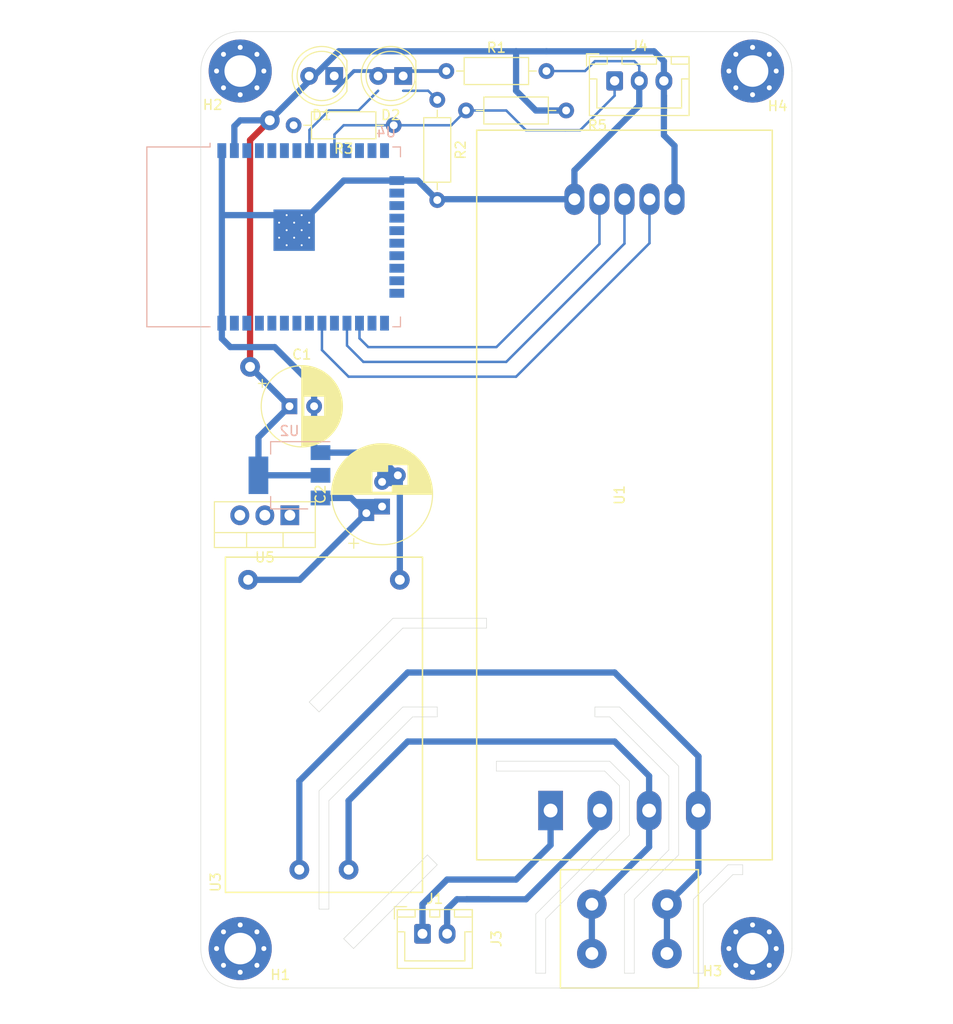
<source format=kicad_pcb>
(kicad_pcb (version 20221018) (generator pcbnew)
  (layers (0 "F.Cu" signal) (31 "B.Cu" signal) (34 "B.Paste" user) (35 "F.Paste" user) (36 "B.SilkS" user "B.Silkscreen") (37 "F.SilkS" user "F.Silkscreen") (38 "B.Mask" user) (39 "F.Mask" user) (44 "Edge.Cuts" user))
  (net 0 "")
  (net 1 "GND")
  (net 2 "+5V")
  (net 3 "+3V3")
  (net 4 "Net-(J3-Pin_1)")
  (net 5 "Net-(J3-Pin_2)")
  (net 6 "Net-(J4-Pin_1)")
  (net 7 "Net-(J1-Pin_1)")
  (net 8 "Net-(J1-Pin_2)")
  (net 9 "Net-(U1-RX)")
  (net 10 "Net-(U1-TX)")
  (net 11 "Net-(U1-CF)")
  (net 12 "Net-(U4-EN)")
  (net 41 "Net-(D1-K)")
  (net 42 "Net-(D2-K)")
  (net 43 "Net-(D2-A)")
  (footprint "MountingHole:MountingHole_3.2mm_M3_Pad_Via" (layer "F.Cu") (at 56 -93)
    (fp_text reference "H4" (at 2.54 3.556) (layer "F.SilkS"))
    (fp_text value "MountingHole" hide)
    (pad "1" thru_hole circle (at -2.4 0) (size 0.8 0.8) (drill 0.5) (layers "*.Cu" "*.Mask"))
    (pad "1" thru_hole circle (at -1.697056 -1.697056) (size 0.8 0.8) (drill 0.5) (layers "*.Cu" "*.Mask"))
    (pad "1" thru_hole circle (at -1.697056 1.697056) (size 0.8 0.8) (drill 0.5) (layers "*.Cu" "*.Mask"))
    (pad "1" thru_hole circle (at 0 -2.4) (size 0.8 0.8) (drill 0.5) (layers "*.Cu" "*.Mask"))
    (pad "1" thru_hole circle (at 0 0) (size 6.4 6.4) (drill 3.2) (layers "*.Cu" "*.Mask"))
    (pad "1" thru_hole circle (at 0 2.4) (size 0.8 0.8) (drill 0.5) (layers "*.Cu" "*.Mask"))
    (pad "1" thru_hole circle (at 1.697056 -1.697056) (size 0.8 0.8) (drill 0.5) (layers "*.Cu" "*.Mask"))
    (pad "1" thru_hole circle (at 1.697056 1.697056) (size 0.8 0.8) (drill 0.5) (layers "*.Cu" "*.Mask"))
    (pad "1" thru_hole circle (at 2.4 0) (size 0.8 0.8) (drill 0.5) (layers "*.Cu" "*.Mask"))
  )
  (footprint "MountingHole:MountingHole_3.2mm_M3_Pad_Via" (layer "F.Cu") (at 56 -4)
    (fp_text reference "H3" (at -4.064 2.286) (layer "F.SilkS"))
    (fp_text value "MountingHole")
    (pad "1" thru_hole circle (at -2.4 0) (size 0.8 0.8) (drill 0.5) (layers "*.Cu" "*.Mask"))
    (pad "1" thru_hole circle (at -1.697056 -1.697056) (size 0.8 0.8) (drill 0.5) (layers "*.Cu" "*.Mask"))
    (pad "1" thru_hole circle (at -1.697056 1.697056) (size 0.8 0.8) (drill 0.5) (layers "*.Cu" "*.Mask"))
    (pad "1" thru_hole circle (at 0 -2.4) (size 0.8 0.8) (drill 0.5) (layers "*.Cu" "*.Mask"))
    (pad "1" thru_hole circle (at 0 0) (size 6.4 6.4) (drill 3.2) (layers "*.Cu" "*.Mask"))
    (pad "1" thru_hole circle (at 0 2.4) (size 0.8 0.8) (drill 0.5) (layers "*.Cu" "*.Mask"))
    (pad "1" thru_hole circle (at 1.697056 -1.697056) (size 0.8 0.8) (drill 0.5) (layers "*.Cu" "*.Mask"))
    (pad "1" thru_hole circle (at 1.697056 1.697056) (size 0.8 0.8) (drill 0.5) (layers "*.Cu" "*.Mask"))
    (pad "1" thru_hole circle (at 2.4 0) (size 0.8 0.8) (drill 0.5) (layers "*.Cu" "*.Mask"))
  )
  (footprint "MountingHole:MountingHole_3.2mm_M3_Pad_Via" (layer "F.Cu") (at 4 -93)
    (fp_text reference "H2" (at -2.794 3.429) (layer "F.SilkS"))
    (fp_text value "MountingHole")
    (pad "1" thru_hole circle (at -2.4 0) (size 0.8 0.8) (drill 0.5) (layers "*.Cu" "*.Mask"))
    (pad "1" thru_hole circle (at -1.697056 -1.697056) (size 0.8 0.8) (drill 0.5) (layers "*.Cu" "*.Mask"))
    (pad "1" thru_hole circle (at -1.697056 1.697056) (size 0.8 0.8) (drill 0.5) (layers "*.Cu" "*.Mask"))
    (pad "1" thru_hole circle (at 0 -2.4) (size 0.8 0.8) (drill 0.5) (layers "*.Cu" "*.Mask"))
    (pad "1" thru_hole circle (at 0 0) (size 6.4 6.4) (drill 3.2) (layers "*.Cu" "*.Mask"))
    (pad "1" thru_hole circle (at 0 2.4) (size 0.8 0.8) (drill 0.5) (layers "*.Cu" "*.Mask"))
    (pad "1" thru_hole circle (at 1.697056 -1.697056) (size 0.8 0.8) (drill 0.5) (layers "*.Cu" "*.Mask"))
    (pad "1" thru_hole circle (at 1.697056 1.697056) (size 0.8 0.8) (drill 0.5) (layers "*.Cu" "*.Mask"))
    (pad "1" thru_hole circle (at 2.4 0) (size 0.8 0.8) (drill 0.5) (layers "*.Cu" "*.Mask"))
  )
  (footprint "MountingHole:MountingHole_3.2mm_M3_Pad_Via" (layer "F.Cu") (at 4 -4)
    (fp_text reference "H1" (at 4.064 2.667) (layer "F.SilkS"))
    (fp_text value "MountingHole")
    (pad "1" thru_hole circle (at -2.4 0) (size 0.8 0.8) (drill 0.5) (layers "*.Cu" "*.Mask"))
    (pad "1" thru_hole circle (at -1.697056 -1.697056) (size 0.8 0.8) (drill 0.5) (layers "*.Cu" "*.Mask"))
    (pad "1" thru_hole circle (at -1.697056 1.697056) (size 0.8 0.8) (drill 0.5) (layers "*.Cu" "*.Mask"))
    (pad "1" thru_hole circle (at 0 -2.4) (size 0.8 0.8) (drill 0.5) (layers "*.Cu" "*.Mask"))
    (pad "1" thru_hole circle (at 0 0) (size 6.4 6.4) (drill 3.2) (layers "*.Cu" "*.Mask"))
    (pad "1" thru_hole circle (at 0 2.4) (size 0.8 0.8) (drill 0.5) (layers "*.Cu" "*.Mask"))
    (pad "1" thru_hole circle (at 1.697056 -1.697056) (size 0.8 0.8) (drill 0.5) (layers "*.Cu" "*.Mask"))
    (pad "1" thru_hole circle (at 1.697056 1.697056) (size 0.8 0.8) (drill 0.5) (layers "*.Cu" "*.Mask"))
    (pad "1" thru_hole circle (at 2.4 0) (size 0.8 0.8) (drill 0.5) (layers "*.Cu" "*.Mask"))
  )
  (footprint "Capacitor_THT:CP_Radial_D8.0mm_P2.50mm" (layer "F.Cu") (at 9 -59)
    (fp_text reference "C1" (at 1.25 -5.25) (layer "F.SilkS"))
    (fp_text value "CP")
    (pad "1" thru_hole rect (at 0 0) (size 1.6 1.6) (drill 0.8) (layers "*.Cu" "*.Mask") (net 3 "+3V3"))
    (pad "2" thru_hole circle (at 2.5 0) (size 1.6 1.6) (drill 0.8) (layers "*.Cu" "*.Mask") (net 1 "GND"))
  )
  (footprint "custom:PZEM-004T-100A-D-P" (layer "F.Cu") (at 43 -50 90)
    (fp_text reference "U1" (at 0 -0.5 90 unlocked) (layer "F.SilkS"))
    (fp_text value "~")
    (pad "" np_thru_hole circle (at -34.5 -12.5 90) (size 3.25 3.25) (drill 3.25) (layers "F&B.Cu" "*.Mask"))
    (pad "" np_thru_hole circle (at -34.5 12.5 180) (size 3.25 3.25) (drill 3.25) (layers "F&B.Cu" "*.Mask"))
    (pad "" np_thru_hole circle (at 34.5 -12.5 90) (size 3.25 3.25) (drill 3.25) (layers "F&B.Cu" "*.Mask"))
    (pad "" np_thru_hole circle (at 34.5 12.5 90) (size 3.25 3.25) (drill 3.25) (layers "F&B.Cu" "*.Mask"))
    (pad "1" thru_hole rect (at -32 -7.5 90) (size 4 2.5) (drill 1.4) (layers "*.Cu" "*.Mask") (net 7 "Net-(J1-Pin_1)"))
    (pad "2" thru_hole oval (at -32 -2.5 90) (size 4 2.5) (drill 1.4) (layers "*.Cu" "*.Mask") (net 8 "Net-(J1-Pin_2)"))
    (pad "3" thru_hole oval (at -32 2.5 90) (size 4 2.5) (drill 1.4) (layers "*.Cu" "*.Mask") (net 5 "Net-(J3-Pin_2)"))
    (pad "4" thru_hole oval (at -32 7.5 90) (size 4 2.5) (drill 1.4) (layers "*.Cu" "*.Mask") (net 4 "Net-(J3-Pin_1)"))
    (pad "5" thru_hole oval (at 30 5.08 90) (size 3.175 2.032) (drill 1.2) (layers "*.Cu" "*.Mask") (net 3 "+3V3"))
    (pad "6" thru_hole oval (at 30 2.54 90) (size 3.175 2.032) (drill 1.2) (layers "*.Cu" "*.Mask") (net 9 "Net-(U1-RX)"))
    (pad "7" thru_hole oval (at 30 0 90) (size 3.175 2.032) (drill 1.2) (layers "*.Cu" "*.Mask") (net 10 "Net-(U1-TX)"))
    (pad "8" thru_hole oval (at 30 -2.54 90) (size 3.175 2.032) (drill 1.2) (layers "*.Cu" "*.Mask") (net 11 "Net-(U1-CF)"))
    (pad "9" thru_hole oval (at 30 -5.08 90) (size 3.175 2.032) (drill 1.2) (layers "*.Cu" "*.Mask") (net 1 "GND"))
  )
  (footprint "Connector_JST:JST_XH_B2B-XH-A_1x02_P2.50mm_Vertical" (layer "F.Cu") (at 22.5 -5.5)
    (fp_text reference "J1" (at 1.25 -3.55) (layer "F.SilkS"))
    (fp_text value "Conn_01x04")
    (pad "1" thru_hole roundrect (at 0 0) (size 1.7 2) (drill 1) (layers "*.Cu" "*.Mask") (roundrect_rratio 0.147059) (net 7 "Net-(J1-Pin_1)"))
    (pad "2" thru_hole oval (at 2.5 0) (size 1.7 2) (drill 1) (layers "*.Cu" "*.Mask") (net 8 "Net-(J1-Pin_2)"))
  )
  (footprint "Resistor_THT:R_Axial_DIN0207_L6.3mm_D2.5mm_P10.16mm_Horizontal" (layer "F.Cu") (at 24 -90.08 -90)
    (fp_text reference "R2" (at 5.08 -2.37 90) (layer "F.SilkS"))
    (fp_text value "R_Small")
    (pad "1" thru_hole circle (at 0 0 270) (size 1.6 1.6) (drill 0.8) (layers "*.Cu" "*.Mask") (net 42 "Net-(D2-K)"))
    (pad "2" thru_hole oval (at 10.16 0 270) (size 1.6 1.6) (drill 0.8) (layers "*.Cu" "*.Mask") (net 1 "GND"))
  )
  (footprint "Resistor_THT:R_Axial_DIN0207_L6.3mm_D2.5mm_P10.16mm_Horizontal" (layer "F.Cu") (at 37.08 -89 180)
    (fp_text reference "R5" (at -3.17 -1.5) (layer "F.SilkS"))
    (fp_text value "R_Small")
    (pad "1" thru_hole circle (at 0 0 180) (size 1.6 1.6) (drill 0.8) (layers "*.Cu" "*.Mask") (net 3 "+3V3"))
    (pad "2" thru_hole oval (at 10.16 0 180) (size 1.6 1.6) (drill 0.8) (layers "*.Cu" "*.Mask") (net 6 "Net-(J4-Pin_1)"))
  )
  (footprint "LED_THT:LED_D5.0mm" (layer "F.Cu") (at 20.54 -92.5 180)
    (fp_text reference "D2" (at 1.27 -3.96) (layer "F.SilkS"))
    (fp_text value "LED")
    (pad "1" thru_hole rect (at 0 0 180) (size 1.8 1.8) (drill 0.9) (layers "*.Cu" "*.Mask") (net 42 "Net-(D2-K)"))
    (pad "2" thru_hole circle (at 2.54 0 180) (size 1.8 1.8) (drill 0.9) (layers "*.Cu" "*.Mask") (net 43 "Net-(D2-A)"))
  )
  (footprint "Resistor_THT:R_Axial_DIN0207_L6.3mm_D2.5mm_P10.16mm_Horizontal" (layer "F.Cu") (at 19.58 -87.5 180)
    (fp_text reference "R3" (at 5.08 -2.37) (layer "F.SilkS"))
    (fp_text value "R_Small")
    (pad "1" thru_hole circle (at 0 0 180) (size 1.6 1.6) (drill 0.8) (layers "*.Cu" "*.Mask") (net 3 "+3V3"))
    (pad "2" thru_hole oval (at 10.16 0 180) (size 1.6 1.6) (drill 0.8) (layers "*.Cu" "*.Mask") (net 12 "Net-(U4-EN)"))
  )
  (footprint "Capacitor_THT:CP_Radial_D10.0mm_P2.50mm_P5.00mm" (layer "F.Cu") (at 18.4 -48.829063 90)
    (fp_text reference "C2" (at 1.25 -6.25 90) (layer "F.SilkS"))
    (fp_text value "CP")
    (pad "1" thru_hole rect (at -0.670937 -1.6 90) (size 1.6 1.6) (drill 0.8) (layers "*.Cu" "*.Mask") (net 2 "+5V"))
    (pad "1" thru_hole rect (at 0 0 90) (size 1.6 1.6) (drill 0.8) (layers "*.Cu" "*.Mask") (net 2 "+5V"))
    (pad "2" thru_hole circle (at 2.5 0 90) (size 1.6 1.6) (drill 0.8) (layers "*.Cu" "*.Mask") (net 1 "GND"))
    (pad "2" thru_hole circle (at 3.170937 1.6 90) (size 1.6 1.6) (drill 0.8) (layers "*.Cu" "*.Mask") (net 1 "GND"))
  )
  (footprint "LED_THT:LED_D5.0mm" (layer "F.Cu") (at 13.54 -92.5 180)
    (fp_text reference "D1" (at 1.27 -3.96) (layer "F.SilkS"))
    (fp_text value "LED")
    (pad "1" thru_hole rect (at 0 0 180) (size 1.8 1.8) (drill 0.9) (layers "*.Cu" "*.Mask") (net 41 "Net-(D1-K)"))
    (pad "2" thru_hole circle (at 2.54 0 180) (size 1.8 1.8) (drill 0.9) (layers "*.Cu" "*.Mask") (net 3 "+3V3"))
  )
  (footprint "Connector_JST:JST_XH_B3B-XH-A_1x03_P2.50mm_Vertical" (layer "F.Cu") (at 42 -92)
    (fp_text reference "J4" (at 2.5 -3.55) (layer "F.SilkS"))
    (fp_text value "Conn_01x04")
    (pad "1" thru_hole roundrect (at 0 0) (size 1.7 1.95) (drill 0.95) (layers "*.Cu" "*.Mask") (roundrect_rratio 0.1470588235) (net 6 "Net-(J4-Pin_1)"))
    (pad "2" thru_hole oval (at 2.5 0) (size 1.7 1.95) (drill 0.95) (layers "*.Cu" "*.Mask") (net 1 "GND"))
    (pad "3" thru_hole oval (at 5 0) (size 1.7 1.95) (drill 0.95) (layers "*.Cu" "*.Mask") (net 3 "+3V3"))
  )
  (footprint "Resistor_THT:R_Axial_DIN0207_L6.3mm_D2.5mm_P10.16mm_Horizontal" (layer "F.Cu") (at 24.92 -93)
    (fp_text reference "R1" (at 5.08 -2.37) (layer "F.SilkS"))
    (fp_text value "R_Small")
    (pad "1" thru_hole circle (at 0 0) (size 1.6 1.6) (drill 0.8) (layers "*.Cu" "*.Mask") (net 41 "Net-(D1-K)"))
    (pad "2" thru_hole oval (at 10.16 0) (size 1.6 1.6) (drill 0.8) (layers "*.Cu" "*.Mask") (net 1 "GND"))
  )
  (footprint "custom:WE 691411410002 - 2 Pin Wire-To-Board Terminal Block" (layer "F.Cu") (at 43.5 -6 -90)
    (fp_text reference "J3" (at 1 13.5 90) (layer "F.SilkS"))
    (fp_text value "Conn_01x02")
    (pad "1" thru_hole circle (at -2.5 -3.81 270) (size 3 3) (drill 1.3) (layers "*.Cu" "*.Mask") (net 4 "Net-(J3-Pin_1)"))
    (pad "1" thru_hole circle (at 2.5 -3.81 270) (size 3 3) (drill 1.3) (layers "*.Cu" "*.Mask") (net 4 "Net-(J3-Pin_1)"))
    (pad "2" thru_hole circle (at -2.5 3.81 270) (size 3 3) (drill 1.3) (layers "*.Cu" "*.Mask") (net 5 "Net-(J3-Pin_2)"))
    (pad "2" thru_hole circle (at 2.5 3.81 270) (size 3 3) (drill 1.3) (layers "*.Cu" "*.Mask") (net 5 "Net-(J3-Pin_2)"))
  )
  (footprint "custom:HLK-PM01" (layer "F.Cu") (at 12.5 -12 90)
    (fp_text reference "U3" (at -1.27 -11 90 unlocked) (layer "F.SilkS"))
    (fp_text value "~")
    (pad "1" thru_hole circle (at 0 -2.5 90) (size 2 2) (drill 1) (layers "*.Cu" "*.Mask") (net 4 "Net-(J3-Pin_1)"))
    (pad "2" thru_hole circle (at 0 2.5 90) (size 2 2) (drill 1) (layers "*.Cu" "*.Mask") (net 5 "Net-(J3-Pin_2)"))
    (pad "3" thru_hole circle (at 29.4 7.7 90) (size 2 2) (drill 1) (layers "*.Cu" "*.Mask") (net 1 "GND"))
    (pad "4" thru_hole circle (at 29.4 -7.7 90) (size 2 2) (drill 1) (layers "*.Cu" "*.Mask") (net 2 "+5V"))
  )
  (footprint "Package_TO_SOT_THT:TO-220-3_Vertical" (layer "F.Cu") (at 9.04 -47.945 180)
    (fp_text reference "U5" (at 2.54 -4.27) (layer "F.SilkS"))
    (fp_text value "LF33_TO220")
    (pad "1" thru_hole rect (at 0 0 180) (size 1.905 2) (drill 1.1) (layers "*.Cu" "*.Mask") (net 2 "+5V"))
    (pad "2" thru_hole oval (at 2.54 0 180) (size 1.905 2) (drill 1.1) (layers "*.Cu" "*.Mask") (net 1 "GND"))
    (pad "3" thru_hole oval (at 5.08 0 180) (size 1.905 2) (drill 1.1) (layers "*.Cu" "*.Mask") (net 3 "+3V3"))
  )
  (footprint "RF_Module:ESP32-WROOM-32" (layer "B.Cu") (at 10.385 -76.18 -90)
    (fp_text reference "U4" (at -10.61 -8.43) (layer "B.SilkS") (effects (justify mirror)))
    (fp_text value "ESP32-WROOM-32")
    (pad "1" smd rect (at -8.75 8.25 270) (size 1.5 0.9) (layers "B.Cu" "B.Paste" "B.Mask") (net 1 "GND"))
    (pad "2" smd rect (at -8.75 6.98 270) (size 1.5 0.9) (layers "B.Cu" "B.Paste" "B.Mask") (net 3 "+3V3"))
    (pad "3" smd rect (at -8.75 5.71 270) (size 1.5 0.9) (layers "B.Cu" "B.Paste" "B.Mask") (net 12 "Net-(U4-EN)"))
    (pad "4" smd rect (at -8.75 4.44 270) (size 1.5 0.9) (layers "B.Cu" "B.Paste" "B.Mask"))
    (pad "5" smd rect (at -8.75 3.17 270) (size 1.5 0.9) (layers "B.Cu" "B.Paste" "B.Mask"))
    (pad "6" smd rect (at -8.75 1.9 270) (size 1.5 0.9) (layers "B.Cu" "B.Paste" "B.Mask"))
    (pad "7" smd rect (at -8.75 0.63 270) (size 1.5 0.9) (layers "B.Cu" "B.Paste" "B.Mask"))
    (pad "8" smd rect (at -8.75 -0.64 270) (size 1.5 0.9) (layers "B.Cu" "B.Paste" "B.Mask") (net 43 "Net-(D2-A)"))
    (pad "9" smd rect (at -8.75 -1.91 270) (size 1.5 0.9) (layers "B.Cu" "B.Paste" "B.Mask"))
    (pad "10" smd rect (at -8.75 -3.18 270) (size 1.5 0.9) (layers "B.Cu" "B.Paste" "B.Mask") (net 6 "Net-(J4-Pin_1)"))
    (pad "11" smd rect (at -8.75 -4.45 270) (size 1.5 0.9) (layers "B.Cu" "B.Paste" "B.Mask"))
    (pad "12" smd rect (at -8.75 -5.72 270) (size 1.5 0.9) (layers "B.Cu" "B.Paste" "B.Mask"))
    (pad "13" smd rect (at -8.75 -6.99 270) (size 1.5 0.9) (layers "B.Cu" "B.Paste" "B.Mask"))
    (pad "14" smd rect (at -8.75 -8.26 270) (size 1.5 0.9) (layers "B.Cu" "B.Paste" "B.Mask"))
    (pad "15" smd rect (at -5.71 -9.51 180) (size 1.5 0.9) (layers "B.Cu" "B.Paste" "B.Mask") (net 1 "GND"))
    (pad "16" smd rect (at -4.44 -9.51 180) (size 1.5 0.9) (layers "B.Cu" "B.Paste" "B.Mask"))
    (pad "17" smd rect (at -3.17 -9.51 180) (size 1.5 0.9) (layers "B.Cu" "B.Paste" "B.Mask"))
    (pad "18" smd rect (at -1.9 -9.51 180) (size 1.5 0.9) (layers "B.Cu" "B.Paste" "B.Mask"))
    (pad "19" smd rect (at -0.63 -9.51 180) (size 1.5 0.9) (layers "B.Cu" "B.Paste" "B.Mask"))
    (pad "20" smd rect (at 0.64 -9.51 180) (size 1.5 0.9) (layers "B.Cu" "B.Paste" "B.Mask"))
    (pad "21" smd rect (at 1.91 -9.51 180) (size 1.5 0.9) (layers "B.Cu" "B.Paste" "B.Mask"))
    (pad "22" smd rect (at 3.18 -9.51 180) (size 1.5 0.9) (layers "B.Cu" "B.Paste" "B.Mask"))
    (pad "23" smd rect (at 4.45 -9.51 180) (size 1.5 0.9) (layers "B.Cu" "B.Paste" "B.Mask"))
    (pad "24" smd rect (at 5.72 -9.51 180) (size 1.5 0.9) (layers "B.Cu" "B.Paste" "B.Mask"))
    (pad "25" smd rect (at 8.75 -8.26 270) (size 1.5 0.9) (layers "B.Cu" "B.Paste" "B.Mask"))
    (pad "26" smd rect (at 8.75 -6.99 270) (size 1.5 0.9) (layers "B.Cu" "B.Paste" "B.Mask"))
    (pad "27" smd rect (at 8.75 -5.72 270) (size 1.5 0.9) (layers "B.Cu" "B.Paste" "B.Mask") (net 11 "Net-(U1-CF)"))
    (pad "28" smd rect (at 8.75 -4.45 270) (size 1.5 0.9) (layers "B.Cu" "B.Paste" "B.Mask") (net 10 "Net-(U1-TX)"))
    (pad "29" smd rect (at 8.75 -3.18 270) (size 1.5 0.9) (layers "B.Cu" "B.Paste" "B.Mask"))
    (pad "30" smd rect (at 8.75 -1.91 270) (size 1.5 0.9) (layers "B.Cu" "B.Paste" "B.Mask") (net 9 "Net-(U1-RX)"))
    (pad "31" smd rect (at 8.75 -0.64 270) (size 1.5 0.9) (layers "B.Cu" "B.Paste" "B.Mask"))
    (pad "32" smd rect (at 8.75 0.63 270) (size 1.5 0.9) (layers "B.Cu" "B.Paste" "B.Mask"))
    (pad "33" smd rect (at 8.75 1.9 270) (size 1.5 0.9) (layers "B.Cu" "B.Paste" "B.Mask"))
    (pad "34" smd rect (at 8.75 3.17 270) (size 1.5 0.9) (layers "B.Cu" "B.Paste" "B.Mask"))
    (pad "35" smd rect (at 8.75 4.44 270) (size 1.5 0.9) (layers "B.Cu" "B.Paste" "B.Mask"))
    (pad "36" smd rect (at 8.75 5.71 270) (size 1.5 0.9) (layers "B.Cu" "B.Paste" "B.Mask"))
    (pad "37" smd rect (at 8.75 6.98 270) (size 1.5 0.9) (layers "B.Cu" "B.Paste" "B.Mask"))
    (pad "38" smd rect (at 8.75 8.25 270) (size 1.5 0.9) (layers "B.Cu" "B.Paste" "B.Mask") (net 1 "GND"))
    (pad "39" smd rect (at -2.205 -0.615 270) (size 1.05 1.05) (layers "B.Cu" "B.Paste") (net 1 "GND"))
    (pad "39" thru_hole circle (at -2.205 0.1475 270) (size 0.6 0.6) (drill 0.2) (property pad_prop_heatsink) (layers "*.Cu" "B.Mask") (net 1 "GND"))
    (pad "39" smd rect (at -2.205 0.91 270) (size 1.05 1.05) (layers "B.Cu" "B.Paste") (net 1 "GND"))
    (pad "39" thru_hole circle (at -2.205 1.6725 270) (size 0.6 0.6) (drill 0.2) (property pad_prop_heatsink) (layers "*.Cu" "B.Mask") (net 1 "GND"))
    (pad "39" smd rect (at -2.205 2.435 270) (size 1.05 1.05) (layers "B.Cu" "B.Paste") (net 1 "GND"))
    (pad "39" thru_hole circle (at -1.4425 -0.615 270) (size 0.6 0.6) (drill 0.2) (property pad_prop_heatsink) (layers "*.Cu" "B.Mask") (net 1 "GND"))
    (pad "39" thru_hole circle (at -1.4425 0.91 270) (size 0.6 0.6) (drill 0.2) (property pad_prop_heatsink) (layers "*.Cu" "B.Mask") (net 1 "GND"))
    (pad "39" thru_hole circle (at -1.4425 2.435 270) (size 0.6 0.6) (drill 0.2) (property pad_prop_heatsink) (layers "*.Cu" "B.Mask") (net 1 "GND"))
    (pad "39" smd rect (at -0.68 -0.615 270) (size 1.05 1.05) (layers "B.Cu" "B.Paste") (net 1 "GND"))
    (pad "39" thru_hole circle (at -0.68 0.1475 270) (size 0.6 0.6) (drill 0.2) (property pad_prop_heatsink) (layers "*.Cu" "B.Mask") (net 1 "GND"))
    (pad "39" smd rect (at -0.68 0.91 270) (size 1.05 1.05) (layers "B.Cu" "B.Paste") (net 1 "GND"))
    (pad "39" smd rect (at -0.68 0.91 270) (size 4.2 4.2) (layers "B.Cu" "B.Mask") (net 1 "GND"))
    (pad "39" thru_hole circle (at -0.68 1.6725 270) (size 0.6 0.6) (drill 0.2) (property pad_prop_heatsink) (layers "*.Cu" "B.Mask") (net 1 "GND"))
    (pad "39" smd rect (at -0.68 2.435 270) (size 1.05 1.05) (layers "B.Cu" "B.Paste") (net 1 "GND"))
    (pad "39" thru_hole circle (at 0.0825 -0.615 270) (size 0.6 0.6) (drill 0.2) (property pad_prop_heatsink) (layers "*.Cu" "B.Mask") (net 1 "GND"))
    (pad "39" thru_hole circle (at 0.0825 0.91 270) (size 0.6 0.6) (drill 0.2) (property pad_prop_heatsink) (layers "*.Cu" "B.Mask") (net 1 "GND"))
    (pad "39" thru_hole circle (at 0.0825 2.435 270) (size 0.6 0.6) (drill 0.2) (property pad_prop_heatsink) (layers "*.Cu" "B.Mask") (net 1 "GND"))
    (pad "39" smd rect (at 0.845 -0.615 270) (size 1.05 1.05) (layers "B.Cu" "B.Paste") (net 1 "GND"))
    (pad "39" thru_hole circle (at 0.845 0.1475 270) (size 0.6 0.6) (drill 0.2) (property pad_prop_heatsink) (layers "*.Cu" "B.Mask") (net 1 "GND"))
    (pad "39" smd rect (at 0.845 0.91 270) (size 1.05 1.05) (layers "B.Cu" "B.Paste") (net 1 "GND"))
    (pad "39" thru_hole circle (at 0.845 1.6725 270) (size 0.6 0.6) (drill 0.2) (property pad_prop_heatsink) (layers "*.Cu" "B.Mask") (net 1 "GND"))
    (pad "39" smd rect (at 0.845 2.435 270) (size 1.05 1.05) (layers "B.Cu" "B.Paste") (net 1 "GND"))
  )
  (footprint "Package_TO_SOT_SMD:SOT-223-3_TabPin2" (layer "B.Cu") (at 9 -52 180)
    (fp_text reference "U2" (at 0 4.5) (layer "B.SilkS") (effects (justify mirror)))
    (fp_text value "AMS1117-3.3")
    (pad "1" smd rect (at -3.15 2.3 180) (size 2 1.5) (layers "B.Cu" "B.Paste" "B.Mask") (net 1 "GND"))
    (pad "2" smd rect (at -3.15 0 180) (size 2 1.5) (layers "B.Cu" "B.Paste" "B.Mask") (net 3 "+3V3"))
    (pad "2" smd rect (at 3.15 0 180) (size 2 3.8) (layers "B.Cu" "B.Paste" "B.Mask") (net 3 "+3V3"))
    (pad "3" smd rect (at -3.15 -2.3 180) (size 2 1.5) (layers "B.Cu" "B.Paste" "B.Mask") (net 2 "+5V"))
  )
  (gr_poly (pts (xy 18 -51) (xy 20 -51) (xy 20 -52) (xy 18.5 -53.5) (xy 18 -54)) (stroke (width 0.2)) (fill solid) (layer "B.Cu"))
  (gr_poly (pts (xy 18 -49.5) (xy 15.5 -49.5) (xy 17 -48.5) (xy 18 -48.5)) (stroke (width 0.2)) (fill solid) (layer "B.Cu"))
  (gr_line (start 51 -1.5) (end 50 -1.5) (stroke (width 0.05)) (layer "Edge.Cuts"))
  (gr_line (start 43 -1.5) (end 44 -1.5) (stroke (width 0.05)) (layer "Edge.Cuts"))
  (gr_line (start 41.5 -27.5) (end 47.5 -21.5) (stroke (width 0.05)) (layer "Edge.Cuts"))
  (gr_line (start 4 0) (end 56 0) (stroke (width 0.05)) (layer "Edge.Cuts"))
  (gr_line (start 43.5 -21) (end 41.5 -23) (stroke (width 0.05)) (layer "Edge.Cuts"))
  (gr_line (start 35 -1.5) (end 35 -7) (stroke (width 0.05)) (layer "Edge.Cuts"))
  (gr_line (start 47.5 -21.5) (end 47.5 -14) (stroke (width 0.05)) (layer "Edge.Cuts"))
  (gr_line (start 54 -11.5) (end 51 -8.5) (stroke (width 0.05)) (layer "Edge.Cuts"))
  (gr_line (start 41 -22) (end 42.5 -20.5) (stroke (width 0.05)) (layer "Edge.Cuts"))
  (gr_arc (start 4 0) (mid 1.171573 -1.171573) (end 0 -4) (stroke (width 0.05)) (layer "Edge.Cuts"))
  (gr_line (start 13 -8) (end 13 -19) (stroke (width 0.05)) (layer "Edge.Cuts"))
  (gr_line (start 12 -28) (end 20.5 -36.5) (stroke (width 0.05)) (layer "Edge.Cuts"))
  (gr_line (start 35 -7) (end 41 -13) (stroke (width 0.05)) (layer "Edge.Cuts"))
  (gr_line (start 24 -27.5) (end 24 -28.5) (stroke (width 0.05)) (layer "Edge.Cuts"))
  (gr_line (start 42.5 -16) (end 34 -7.5) (stroke (width 0.05)) (layer "Edge.Cuts"))
  (gr_line (start 48.5 -22.5) (end 42.5 -28.5) (stroke (width 0.05)) (layer "Edge.Cuts"))
  (gr_line (start 48.5 -14) (end 48.5 -22.5) (stroke (width 0.05)) (layer "Edge.Cuts"))
  (gr_arc (start 56 -97) (mid 58.828427 -95.828427) (end 60 -93) (stroke (width 0.05)) (layer "Edge.Cuts"))
  (gr_line (start 44 -1.5) (end 44 -9) (stroke (width 0.05)) (layer "Edge.Cuts"))
  (gr_line (start 21.5 -27.5) (end 24 -27.5) (stroke (width 0.05)) (layer "Edge.Cuts"))
  (gr_line (start 56 -97) (end 4 -97) (stroke (width 0.05)) (layer "Edge.Cuts"))
  (gr_line (start 43.5 -15.5) (end 43.5 -21) (stroke (width 0.05)) (layer "Edge.Cuts"))
  (gr_line (start 34 -7.5) (end 34 -1.5) (stroke (width 0.05)) (layer "Edge.Cuts"))
  (gr_line (start 29 -37.5) (end 19.5 -37.5) (stroke (width 0.05)) (layer "Edge.Cuts"))
  (gr_line (start 14.5 -5) (end 15.5 -4) (stroke (width 0.05)) (layer "Edge.Cuts"))
  (gr_line (start 34 -1.5) (end 35 -1.5) (stroke (width 0.05)) (layer "Edge.Cuts"))
  (gr_line (start 12 -20) (end 12 -8) (stroke (width 0.05)) (layer "Edge.Cuts"))
  (gr_line (start 23 -13.5) (end 24 -12.5) (stroke (width 0.05)) (layer "Edge.Cuts"))
  (gr_line (start 11 -29) (end 12 -28) (stroke (width 0.05)) (layer "Edge.Cuts"))
  (gr_line (start 48.5 -13.5) (end 48.5 -14) (stroke (width 0.05)) (layer "Edge.Cuts"))
  (gr_arc (start 0 -93) (mid 1.171573 -95.828427) (end 4 -97) (stroke (width 0.05)) (layer "Edge.Cuts"))
  (gr_line (start 42.5 -28.5) (end 40 -28.5) (stroke (width 0.05)) (layer "Edge.Cuts"))
  (gr_line (start 51 -8.5) (end 51 -1.5) (stroke (width 0.05)) (layer "Edge.Cuts"))
  (gr_line (start 41 -13) (end 43.5 -15.5) (stroke (width 0.05)) (layer "Edge.Cuts"))
  (gr_line (start 20.5 -36.5) (end 29 -36.5) (stroke (width 0.05)) (layer "Edge.Cuts"))
  (gr_line (start 20.5 -28.5) (end 12 -20) (stroke (width 0.05)) (layer "Edge.Cuts"))
  (gr_line (start 43.5 -10) (end 43 -9.5) (stroke (width 0.05)) (layer "Edge.Cuts"))
  (gr_line (start 15.5 -4) (end 24 -12.5) (stroke (width 0.05)) (layer "Edge.Cuts"))
  (gr_line (start 42.5 -20.5) (end 42.5 -16) (stroke (width 0.05)) (layer "Edge.Cuts"))
  (gr_line (start 19.5 -37.5) (end 11 -29) (stroke (width 0.05)) (layer "Edge.Cuts"))
  (gr_arc (start 60 -4) (mid 58.828427 -1.171573) (end 56 0) (stroke (width 0.05)) (layer "Edge.Cuts"))
  (gr_line (start 47.5 -14) (end 43.5 -10) (stroke (width 0.05)) (layer "Edge.Cuts"))
  (gr_line (start 50 -9) (end 53.5 -12.5) (stroke (width 0.05)) (layer "Edge.Cuts"))
  (gr_line (start 60 -4) (end 60 -93) (stroke (width 0.05)) (layer "Edge.Cuts"))
  (gr_line (start 55 -12.5) (end 55 -11.5) (stroke (width 0.05)) (layer "Edge.Cuts"))
  (gr_line (start 50 -1.5) (end 50 -9) (stroke (width 0.05)) (layer "Edge.Cuts"))
  (gr_line (start 13 -19) (end 21.5 -27.5) (stroke (width 0.05)) (layer "Edge.Cuts"))
  (gr_line (start 12 -8) (end 13 -8) (stroke (width 0.05)) (layer "Edge.Cuts"))
  (gr_line (start 53.5 -12.5) (end 55 -12.5) (stroke (width 0.05)) (layer "Edge.Cuts"))
  (gr_line (start 23 -13.5) (end 14.5 -5) (stroke (width 0.05)) (layer "Edge.Cuts"))
  (gr_line (start 30 -23) (end 30 -22) (stroke (width 0.05)) (layer "Edge.Cuts"))
  (gr_line (start 24 -28.5) (end 20.5 -28.5) (stroke (width 0.05)) (layer "Edge.Cuts"))
  (gr_line (start 44 -9) (end 48.5 -13.5) (stroke (width 0.05)) (layer "Edge.Cuts"))
  (gr_line (start 40 -28.5) (end 40 -27.5) (stroke (width 0.05)) (layer "Edge.Cuts"))
  (gr_line (start 55 -11.5) (end 54 -11.5) (stroke (width 0.05)) (layer "Edge.Cuts"))
  (gr_line (start 40 -27.5) (end 41.5 -27.5) (stroke (width 0.05)) (layer "Edge.Cuts"))
  (gr_line (start 0 -93) (end 0 -4) (stroke (width 0.05)) (layer "Edge.Cuts"))
  (gr_line (start 43 -9.5) (end 43 -1.5) (stroke (width 0.05)) (layer "Edge.Cuts"))
  (gr_line (start 29 -36.5) (end 29 -37.5) (stroke (width 0.05)) (layer "Edge.Cuts"))
  (gr_line (start 30 -22) (end 41 -22) (stroke (width 0.05)) (layer "Edge.Cuts"))
  (gr_line (start 41.5 -23) (end 30 -23) (stroke (width 0.05)) (layer "Edge.Cuts"))
  (segment (start 7.95 -78.385) (end 2.135 -78.385) (width 0.635) (layer "B.Cu") (net 1))
  (segment (start 18.4 -51.329063) (end 19.329063 -51.329063) (width 0.635) (layer "B.Cu") (net 1))
  (segment (start 39 -93) (end 40 -94) (width 0.25) (layer "B.Cu") (net 1))
  (segment (start 12.15 -54.3) (end 11.5 -54.95) (width 0.635) (layer "B.Cu") (net 1))
  (segment (start 19.895 -81.89) (end 22.03 -81.89) (width 0.635) (layer "B.Cu") (net 1))
  (segment (start 35.08 -93) (end 39 -93) (width 0.25) (layer "B.Cu") (net 1))
  (segment (start 14.505 -81.89) (end 11 -78.385) (width 0.635) (layer "B.Cu") (net 1))
  (segment (start 11.5 -59) (end 11.5 -61) (width 0.635) (layer "B.Cu") (net 1))
  (segment (start 11.5 -61) (end 7.5 -65) (width 0.635) (layer "B.Cu") (net 1))
  (segment (start 40 -94) (end 44 -94) (width 0.25) (layer "B.Cu") (net 1))
  (segment (start 11.5 -54.95) (end 11.5 -59) (width 0.635) (layer "B.Cu") (net 1))
  (segment (start 37.92 -80) (end 37.92 -82.92) (width 0.635) (layer "B.Cu") (net 1))
  (segment (start 44.5 -89.5) (end 44.5 -92) (width 0.635) (layer "B.Cu") (net 1))
  (segment (start 44.5 -93.5) (end 44.5 -92) (width 0.25) (layer "B.Cu") (net 1))
  (segment (start 37.92 -80) (end 24.08 -80) (width 0.635) (layer "B.Cu") (net 1))
  (segment (start 24.08 -80) (end 24 -79.92) (width 0.635) (layer "B.Cu") (net 1))
  (segment (start 19.329063 -51.329063) (end 20 -52) (width 0.635) (layer "B.Cu") (net 1))
  (segment (start 12.15 -54.3) (end 17.7 -54.3) (width 0.635) (layer "B.Cu") (net 1))
  (segment (start 37.92 -82.92) (end 44.5 -89.5) (width 0.635) (layer "B.Cu") (net 1))
  (segment (start 44 -94) (end 44.5 -93.5) (width 0.25) (layer "B.Cu") (net 1))
  (segment (start 17.7 -54.3) (end 20 -52) (width 0.635) (layer "B.Cu") (net 1))
  (segment (start 2.135 -84.93) (end 2.135 -67.43) (width 0.635) (layer "B.Cu") (net 1))
  (segment (start 7.5 -65) (end 3 -65) (width 0.635) (layer "B.Cu") (net 1))
  (segment (start 22.03 -81.89) (end 24 -79.92) (width 0.635) (layer "B.Cu") (net 1))
  (segment (start 2.135 -65.865) (end 2.135 -67.43) (width 0.635) (layer "B.Cu") (net 1))
  (segment (start 20.2 -51.8) (end 20.2 -41.4) (width 0.635) (layer "B.Cu") (net 1))
  (segment (start 19.895 -81.89) (end 14.505 -81.89) (width 0.635) (layer "B.Cu") (net 1))
  (segment (start 20 -52) (end 20.2 -51.8) (width 0.635) (layer "B.Cu") (net 1))
  (segment (start 3 -65) (end 2.135 -65.865) (width 0.635) (layer "B.Cu") (net 1))
  (segment (start 17.470937 -48.829063) (end 16.8 -48.158126) (width 0.635) (layer "B.Cu") (net 2))
  (segment (start 15.258126 -49.7) (end 12.15 -49.7) (width 0.635) (layer "B.Cu") (net 2))
  (segment (start 18.4 -48.829063) (end 17.470937 -48.829063) (width 0.635) (layer "B.Cu") (net 2))
  (segment (start 10.041874 -41.4) (end 16.8 -48.158126) (width 0.635) (layer "B.Cu") (net 2))
  (segment (start 16.8 -48.158126) (end 15.258126 -49.7) (width 0.635) (layer "B.Cu") (net 2))
  (segment (start 4.8 -41.4) (end 10.041874 -41.4) (width 0.635) (layer "B.Cu") (net 2))
  (segment (start 5 -63) (end 5 -86) (width 0.635) (layer "F.Cu") (net 3))
  (segment (start 5 -86) (end 7 -88) (width 0.635) (layer "F.Cu") (net 3))
  (via (at 5 -63) (size 2) (drill 1) (layers "F.Cu" "B.Cu") (net 3))
  (via (at 7 -88) (size 2) (drill 1) (layers "F.Cu" "B.Cu") (net 3))
  (segment (start 7 -88) (end 4 -88) (width 0.635) (layer "B.Cu") (net 3))
  (segment (start 48.08 -85.42) (end 48.08 -80) (width 0.635) (layer "B.Cu") (net 3))
  (segment (start 35.08 -95) (end 32 -95) (width 0.635) (layer "B.Cu") (net 3))
  (segment (start 47 -94) (end 47 -90.5) (width 0.635) (layer "B.Cu") (net 3))
  (segment (start 3.405 -87.405) (end 3.405 -84.93) (width 0.635) (layer "B.Cu") (net 3))
  (segment (start 4 -88) (end 3.405 -87.405) (width 0.635) (layer "B.Cu") (net 3))
  (segment (start 37.08 -89) (end 34 -89) (width 0.635) (layer "B.Cu") (net 3))
  (segment (start 47 -86.5) (end 48.08 -85.42) (width 0.635) (layer "B.Cu") (net 3))
  (segment (start 12.15 -52) (end 5.85 -52) (width 0.635) (layer "B.Cu") (net 3))
  (segment (start 9 -59) (end 5.85 -55.85) (width 0.635) (layer "B.Cu") (net 3))
  (segment (start 32 -95) (end 14 -95) (width 0.635) (layer "B.Cu") (net 3))
  (segment (start 14 -95) (end 7 -88) (width 0.635) (layer "B.Cu") (net 3))
  (segment (start 46 -95) (end 47 -94) (width 0.635) (layer "B.Cu") (net 3))
  (segment (start 32 -91) (end 32 -95) (width 0.635) (layer "B.Cu") (net 3))
  (segment (start 34 -89) (end 32 -91) (width 0.635) (layer "B.Cu") (net 3))
  (segment (start 35.08 -95) (end 46 -95) (width 0.635) (layer "B.Cu") (net 3))
  (segment (start 5.85 -55.85) (end 5.85 -52) (width 0.635) (layer "B.Cu") (net 3))
  (segment (start 47 -90.5) (end 47 -89) (width 0.635) (layer "B.Cu") (net 3))
  (segment (start 9 -59) (end 5 -63) (width 0.635) (layer "B.Cu") (net 3))
  (segment (start 47 -90.5) (end 47 -86.5) (width 0.635) (layer "B.Cu") (net 3))
  (segment (start 50.5 -11.69) (end 47.31 -8.5) (width 0.635) (layer "B.Cu") (net 4))
  (segment (start 42 -32) (end 50.5 -23.5) (width 0.635) (layer "B.Cu") (net 4))
  (segment (start 47.31 -8.5) (end 47.31 -3.5) (width 0.635) (layer "B.Cu") (net 4))
  (segment (start 10 -12) (end 10 -21) (width 0.635) (layer "B.Cu") (net 4))
  (segment (start 50.5 -23.5) (end 50.5 -18) (width 0.635) (layer "B.Cu") (net 4))
  (segment (start 50.5 -23.5) (end 50.5 -11.69) (width 0.635) (layer "B.Cu") (net 4))
  (segment (start 21 -32) (end 42 -32) (width 0.635) (layer "B.Cu") (net 4))
  (segment (start 10 -21) (end 21 -32) (width 0.635) (layer "B.Cu") (net 4))
  (segment (start 47 -3.81) (end 47.31 -3.5) (width 0.635) (layer "B.Cu") (net 4))
  (segment (start 21 -25) (end 15 -19) (width 0.635) (layer "B.Cu") (net 5))
  (segment (start 42 -10.81) (end 39.69 -8.5) (width 0.635) (layer "B.Cu") (net 5))
  (segment (start 45.5 -21.5) (end 42 -25) (width 0.635) (layer "B.Cu") (net 5))
  (segment (start 42 -25) (end 21 -25) (width 0.635) (layer "B.Cu") (net 5))
  (segment (start 39.69 -8.5) (end 45.5 -14.31) (width 0.635) (layer "B.Cu") (net 5))
  (segment (start 45.5 -14.31) (end 45.5 -18) (width 0.635) (layer "B.Cu") (net 5))
  (segment (start 45.5 -18) (end 45.5 -21.5) (width 0.635) (layer "B.Cu") (net 5))
  (segment (start 15 -19) (end 15 -12) (width 0.635) (layer "B.Cu") (net 5))
  (segment (start 39.69 -3.5) (end 39.69 -8.5) (width 0.635) (layer "B.Cu") (net 5))
  (segment (start 13.565 -86.565) (end 14.5 -87.5) (width 0.25) (layer "B.Cu") (net 6))
  (segment (start 26.92 -89) (end 31 -89) (width 0.25) (layer "B.Cu") (net 6))
  (segment (start 14.5 -87.5) (end 25.42 -87.5) (width 0.25) (layer "B.Cu") (net 6))
  (segment (start 25.42 -87.5) (end 26.92 -89) (width 0.25) (layer "B.Cu") (net 6))
  (segment (start 42 -90.5) (end 42 -92) (width 0.25) (layer "B.Cu") (net 6))
  (segment (start 37 -87) (end 38.5 -87) (width 0.25) (layer "B.Cu") (net 6))
  (segment (start 31 -89) (end 33 -87) (width 0.25) (layer "B.Cu") (net 6))
  (segment (start 13.565 -84.93) (end 13.565 -86.565) (width 0.25) (layer "B.Cu") (net 6))
  (segment (start 38.5 -87) (end 42 -90.5) (width 0.25) (layer "B.Cu") (net 6))
  (segment (start 33 -87) (end 37 -87) (width 0.25) (layer "B.Cu") (net 6))
  (segment (start 22.5 -8.5) (end 25 -11) (width 0.635) (layer "B.Cu") (net 7))
  (segment (start 25 -11) (end 32 -11) (width 0.635) (layer "B.Cu") (net 7))
  (segment (start 22.5 -5.5) (end 22.5 -8.5) (width 0.635) (layer "B.Cu") (net 7))
  (segment (start 35.5 -14.5) (end 35.5 -18) (width 0.635) (layer "B.Cu") (net 7))
  (segment (start 32 -11) (end 35.5 -14.5) (width 0.635) (layer "B.Cu") (net 7))
  (segment (start 40.5 -16.5) (end 40.5 -18) (width 0.635) (layer "B.Cu") (net 8))
  (segment (start 25 -8) (end 26 -9) (width 0.635) (layer "B.Cu") (net 8))
  (segment (start 27 -9) (end 29.25 -9) (width 0.635) (layer "B.Cu") (net 8))
  (segment (start 27 -9) (end 33 -9) (width 0.635) (layer "B.Cu") (net 8))
  (segment (start 33 -9) (end 40.5 -16.5) (width 0.635) (layer "B.Cu") (net 8))
  (segment (start 26 -9) (end 27 -9) (width 0.635) (layer "B.Cu") (net 8))
  (segment (start 25 -5.5) (end 25 -8) (width 0.635) (layer "B.Cu") (net 8))
  (segment (start 15 -62) (end 32 -62) (width 0.25) (layer "B.Cu") (net 9))
  (segment (start 12.295 -64.705) (end 15 -62) (width 0.25) (layer "B.Cu") (net 9))
  (segment (start 32 -62) (end 45.54 -75.54) (width 0.25) (layer "B.Cu") (net 9))
  (segment (start 12.295 -67.43) (end 12.295 -64.705) (width 0.25) (layer "B.Cu") (net 9))
  (segment (start 45.54 -75.54) (end 45.54 -80) (width 0.25) (layer "B.Cu") (net 9))
  (segment (start 31 -63.5) (end 16.5 -63.5) (width 0.25) (layer "B.Cu") (net 10))
  (segment (start 14.835 -65.165) (end 14.835 -67.43) (width 0.25) (layer "B.Cu") (net 10))
  (segment (start 43 -75.5) (end 31 -63.5) (width 0.25) (layer "B.Cu") (net 10))
  (segment (start 16.5 -63.5) (end 14.835 -65.165) (width 0.25) (layer "B.Cu") (net 10))
  (segment (start 43 -80) (end 43 -75.5) (width 0.25) (layer "B.Cu") (net 10))
  (segment (start 16.105 -67.43) (end 16.105 -65.895) (width 0.25) (layer "B.Cu") (net 11))
  (segment (start 16.105 -65.895) (end 17 -65) (width 0.25) (layer "B.Cu") (net 11))
  (segment (start 30 -65) (end 40.46 -75.46) (width 0.25) (layer "B.Cu") (net 11))
  (segment (start 40.46 -75.46) (end 40.46 -80) (width 0.25) (layer "B.Cu") (net 11))
  (segment (start 17 -65) (end 30 -65) (width 0.25) (layer "B.Cu") (net 11))
  (segment (start 13.54 -91) (end 15.54 -93) (width 0.381) (layer "B.Cu") (net 41))
  (segment (start 15.54 -93) (end 24.92 -93) (width 0.381) (layer "B.Cu") (net 41))
  (segment (start 20.54 -91) (end 23.08 -91) (width 0.25) (layer "B.Cu") (net 42))
  (segment (start 23.08 -91) (end 24 -90.08) (width 0.25) (layer "B.Cu") (net 42))
  (segment (start 11.025 -87.025) (end 11.025 -84.93) (width 0.25) (layer "B.Cu") (net 43))
  (segment (start 13 -89) (end 11.025 -87.025) (width 0.25) (layer "B.Cu") (net 43))
  (segment (start 16 -89) (end 13 -89) (width 0.25) (layer "B.Cu") (net 43))
  (segment (start 18 -91) (end 16 -89) (width 0.25) (layer "B.Cu") (net 43))
)
</source>
